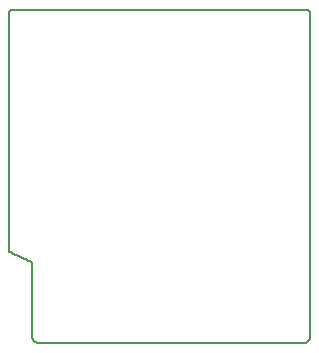
<source format=gm1>
G04 MADE WITH FRITZING*
G04 WWW.FRITZING.ORG*
G04 DOUBLE SIDED*
G04 HOLES PLATED*
G04 CONTOUR ON CENTER OF CONTOUR VECTOR*
%ASAXBY*%
%FSLAX23Y23*%
%MOIN*%
%OFA0B0*%
%SFA1.0B1.0*%
%ADD10C,0.008*%
%LNCONTOUR*%
G90*
G70*
G54D10*
X11Y1114D02*
X12Y1114D01*
X13Y1114D01*
X14Y1114D01*
X15Y1114D01*
X16Y1114D01*
X17Y1114D01*
X18Y1114D01*
X19Y1114D01*
X20Y1114D01*
X21Y1114D01*
X22Y1114D01*
X23Y1114D01*
X24Y1114D01*
X25Y1114D01*
X26Y1114D01*
X27Y1114D01*
X28Y1114D01*
X29Y1114D01*
X30Y1114D01*
X31Y1114D01*
X32Y1114D01*
X33Y1114D01*
X34Y1114D01*
X35Y1114D01*
X36Y1114D01*
X37Y1114D01*
X38Y1114D01*
X39Y1114D01*
X40Y1114D01*
X41Y1114D01*
X42Y1114D01*
X43Y1114D01*
X44Y1114D01*
X45Y1114D01*
X46Y1114D01*
X47Y1114D01*
X48Y1114D01*
X49Y1114D01*
X50Y1114D01*
X51Y1114D01*
X52Y1114D01*
X53Y1114D01*
X54Y1114D01*
X55Y1114D01*
X56Y1114D01*
X57Y1114D01*
X58Y1114D01*
X59Y1114D01*
X60Y1114D01*
X61Y1114D01*
X62Y1114D01*
X63Y1114D01*
X64Y1114D01*
X65Y1114D01*
X66Y1114D01*
X67Y1114D01*
X68Y1114D01*
X69Y1114D01*
X70Y1114D01*
X71Y1114D01*
X72Y1114D01*
X73Y1114D01*
X74Y1114D01*
X75Y1114D01*
X76Y1114D01*
X77Y1114D01*
X78Y1114D01*
X79Y1114D01*
X80Y1114D01*
X81Y1114D01*
X82Y1114D01*
X83Y1114D01*
X84Y1114D01*
X85Y1114D01*
X86Y1114D01*
X87Y1114D01*
X88Y1114D01*
X89Y1114D01*
X90Y1114D01*
X91Y1114D01*
X92Y1114D01*
X93Y1114D01*
X94Y1114D01*
X95Y1114D01*
X96Y1114D01*
X97Y1114D01*
X98Y1114D01*
X99Y1114D01*
X100Y1114D01*
X101Y1114D01*
X102Y1114D01*
X103Y1114D01*
X104Y1114D01*
X105Y1114D01*
X106Y1114D01*
X107Y1114D01*
X108Y1114D01*
X109Y1114D01*
X110Y1114D01*
X111Y1114D01*
X112Y1114D01*
X113Y1114D01*
X114Y1114D01*
X115Y1114D01*
X116Y1114D01*
X117Y1114D01*
X118Y1114D01*
X119Y1114D01*
X120Y1114D01*
X121Y1114D01*
X122Y1114D01*
X123Y1114D01*
X124Y1114D01*
X125Y1114D01*
X126Y1114D01*
X127Y1114D01*
X128Y1114D01*
X129Y1114D01*
X130Y1114D01*
X131Y1114D01*
X132Y1114D01*
X133Y1114D01*
X134Y1114D01*
X135Y1114D01*
X136Y1114D01*
X137Y1114D01*
X138Y1114D01*
X139Y1114D01*
X140Y1114D01*
X141Y1114D01*
X142Y1114D01*
X143Y1114D01*
X144Y1114D01*
X145Y1114D01*
X146Y1114D01*
X147Y1114D01*
X148Y1114D01*
X149Y1114D01*
X150Y1114D01*
X151Y1114D01*
X152Y1114D01*
X153Y1114D01*
X154Y1114D01*
X155Y1114D01*
X156Y1114D01*
X157Y1114D01*
X158Y1114D01*
X159Y1114D01*
X160Y1114D01*
X161Y1114D01*
X162Y1114D01*
X163Y1114D01*
X164Y1114D01*
X165Y1114D01*
X166Y1114D01*
X167Y1114D01*
X168Y1114D01*
X169Y1114D01*
X170Y1114D01*
X171Y1114D01*
X172Y1114D01*
X173Y1114D01*
X174Y1114D01*
X175Y1114D01*
X176Y1114D01*
X177Y1114D01*
X178Y1114D01*
X179Y1114D01*
X180Y1114D01*
X181Y1114D01*
X182Y1114D01*
X183Y1114D01*
X184Y1114D01*
X185Y1114D01*
X186Y1114D01*
X187Y1114D01*
X188Y1114D01*
X189Y1114D01*
X190Y1114D01*
X191Y1114D01*
X192Y1114D01*
X193Y1114D01*
X194Y1114D01*
X195Y1114D01*
X196Y1114D01*
X197Y1114D01*
X198Y1114D01*
X199Y1114D01*
X200Y1114D01*
X201Y1114D01*
X202Y1114D01*
X203Y1114D01*
X204Y1114D01*
X205Y1114D01*
X206Y1114D01*
X207Y1114D01*
X208Y1114D01*
X209Y1114D01*
X210Y1114D01*
X211Y1114D01*
X212Y1114D01*
X213Y1114D01*
X214Y1114D01*
X215Y1114D01*
X216Y1114D01*
X217Y1114D01*
X218Y1114D01*
X219Y1114D01*
X220Y1114D01*
X221Y1114D01*
X222Y1114D01*
X223Y1114D01*
X224Y1114D01*
X225Y1114D01*
X226Y1114D01*
X227Y1114D01*
X228Y1114D01*
X229Y1114D01*
X230Y1114D01*
X231Y1114D01*
X232Y1114D01*
X233Y1114D01*
X234Y1114D01*
X235Y1114D01*
X236Y1114D01*
X237Y1114D01*
X238Y1114D01*
X239Y1114D01*
X240Y1114D01*
X241Y1114D01*
X242Y1114D01*
X243Y1114D01*
X244Y1114D01*
X245Y1114D01*
X246Y1114D01*
X247Y1114D01*
X248Y1114D01*
X249Y1114D01*
X250Y1114D01*
X251Y1114D01*
X252Y1114D01*
X253Y1114D01*
X254Y1114D01*
X255Y1114D01*
X256Y1114D01*
X257Y1114D01*
X258Y1114D01*
X259Y1114D01*
X260Y1114D01*
X261Y1114D01*
X262Y1114D01*
X263Y1114D01*
X264Y1114D01*
X265Y1114D01*
X266Y1114D01*
X267Y1114D01*
X268Y1114D01*
X269Y1114D01*
X270Y1114D01*
X271Y1114D01*
X272Y1114D01*
X273Y1114D01*
X274Y1114D01*
X275Y1114D01*
X276Y1114D01*
X277Y1114D01*
X278Y1114D01*
X279Y1114D01*
X280Y1114D01*
X281Y1114D01*
X282Y1114D01*
X283Y1114D01*
X284Y1114D01*
X285Y1114D01*
X286Y1114D01*
X287Y1114D01*
X288Y1114D01*
X289Y1114D01*
X290Y1114D01*
X291Y1114D01*
X292Y1114D01*
X293Y1114D01*
X294Y1114D01*
X295Y1114D01*
X296Y1114D01*
X297Y1114D01*
X298Y1114D01*
X299Y1114D01*
X300Y1114D01*
X301Y1114D01*
X302Y1114D01*
X303Y1114D01*
X304Y1114D01*
X305Y1114D01*
X306Y1114D01*
X307Y1114D01*
X308Y1114D01*
X309Y1114D01*
X310Y1114D01*
X311Y1114D01*
X312Y1114D01*
X313Y1114D01*
X314Y1114D01*
X315Y1114D01*
X316Y1114D01*
X317Y1114D01*
X318Y1114D01*
X319Y1114D01*
X320Y1114D01*
X321Y1114D01*
X322Y1114D01*
X323Y1114D01*
X324Y1114D01*
X325Y1114D01*
X326Y1114D01*
X327Y1114D01*
X328Y1114D01*
X329Y1114D01*
X330Y1114D01*
X331Y1114D01*
X332Y1114D01*
X333Y1114D01*
X334Y1114D01*
X335Y1114D01*
X336Y1114D01*
X337Y1114D01*
X338Y1114D01*
X339Y1114D01*
X340Y1114D01*
X341Y1114D01*
X342Y1114D01*
X343Y1114D01*
X344Y1114D01*
X345Y1114D01*
X346Y1114D01*
X347Y1114D01*
X348Y1114D01*
X349Y1114D01*
X350Y1114D01*
X351Y1114D01*
X352Y1114D01*
X353Y1114D01*
X354Y1114D01*
X355Y1114D01*
X356Y1114D01*
X357Y1114D01*
X358Y1114D01*
X359Y1114D01*
X360Y1114D01*
X361Y1114D01*
X362Y1114D01*
X363Y1114D01*
X364Y1114D01*
X365Y1114D01*
X366Y1114D01*
X367Y1114D01*
X368Y1114D01*
X369Y1114D01*
X370Y1114D01*
X371Y1114D01*
X372Y1114D01*
X373Y1114D01*
X374Y1114D01*
X375Y1114D01*
X376Y1114D01*
X377Y1114D01*
X378Y1114D01*
X379Y1114D01*
X380Y1114D01*
X381Y1114D01*
X382Y1114D01*
X383Y1114D01*
X384Y1114D01*
X385Y1114D01*
X386Y1114D01*
X387Y1114D01*
X388Y1114D01*
X389Y1114D01*
X390Y1114D01*
X391Y1114D01*
X392Y1114D01*
X393Y1114D01*
X394Y1114D01*
X395Y1114D01*
X396Y1114D01*
X397Y1114D01*
X398Y1114D01*
X399Y1114D01*
X400Y1114D01*
X401Y1114D01*
X402Y1114D01*
X403Y1114D01*
X404Y1114D01*
X405Y1114D01*
X406Y1114D01*
X407Y1114D01*
X408Y1114D01*
X409Y1114D01*
X410Y1114D01*
X411Y1114D01*
X412Y1114D01*
X413Y1114D01*
X414Y1114D01*
X415Y1114D01*
X416Y1114D01*
X417Y1114D01*
X418Y1114D01*
X419Y1114D01*
X420Y1114D01*
X421Y1114D01*
X422Y1114D01*
X423Y1114D01*
X424Y1114D01*
X425Y1114D01*
X426Y1114D01*
X427Y1114D01*
X428Y1114D01*
X429Y1114D01*
X430Y1114D01*
X431Y1114D01*
X432Y1114D01*
X433Y1114D01*
X434Y1114D01*
X435Y1114D01*
X436Y1114D01*
X437Y1114D01*
X438Y1114D01*
X439Y1114D01*
X440Y1114D01*
X441Y1114D01*
X442Y1114D01*
X443Y1114D01*
X444Y1114D01*
X445Y1114D01*
X446Y1114D01*
X447Y1114D01*
X448Y1114D01*
X449Y1114D01*
X450Y1114D01*
X451Y1114D01*
X452Y1114D01*
X453Y1114D01*
X454Y1114D01*
X455Y1114D01*
X456Y1114D01*
X457Y1114D01*
X458Y1114D01*
X459Y1114D01*
X460Y1114D01*
X461Y1114D01*
X462Y1114D01*
X463Y1114D01*
X464Y1114D01*
X465Y1114D01*
X466Y1114D01*
X467Y1114D01*
X468Y1114D01*
X469Y1114D01*
X470Y1114D01*
X471Y1114D01*
X472Y1114D01*
X473Y1114D01*
X474Y1114D01*
X475Y1114D01*
X476Y1114D01*
X477Y1114D01*
X478Y1114D01*
X479Y1114D01*
X480Y1114D01*
X481Y1114D01*
X482Y1114D01*
X483Y1114D01*
X484Y1114D01*
X485Y1114D01*
X486Y1114D01*
X487Y1114D01*
X488Y1114D01*
X489Y1114D01*
X490Y1114D01*
X491Y1114D01*
X492Y1114D01*
X493Y1114D01*
X494Y1114D01*
X495Y1114D01*
X496Y1114D01*
X497Y1114D01*
X498Y1114D01*
X499Y1114D01*
X500Y1114D01*
X501Y1114D01*
X502Y1114D01*
X503Y1114D01*
X504Y1114D01*
X505Y1114D01*
X506Y1114D01*
X507Y1114D01*
X508Y1114D01*
X509Y1114D01*
X510Y1114D01*
X511Y1114D01*
X512Y1114D01*
X513Y1114D01*
X514Y1114D01*
X515Y1114D01*
X516Y1114D01*
X517Y1114D01*
X518Y1114D01*
X519Y1114D01*
X520Y1114D01*
X521Y1114D01*
X522Y1114D01*
X523Y1114D01*
X524Y1114D01*
X525Y1114D01*
X526Y1114D01*
X527Y1114D01*
X528Y1114D01*
X529Y1114D01*
X530Y1114D01*
X531Y1114D01*
X532Y1114D01*
X533Y1114D01*
X534Y1114D01*
X535Y1114D01*
X536Y1114D01*
X537Y1114D01*
X538Y1114D01*
X539Y1114D01*
X540Y1114D01*
X541Y1114D01*
X542Y1114D01*
X543Y1114D01*
X544Y1114D01*
X545Y1114D01*
X546Y1114D01*
X547Y1114D01*
X548Y1114D01*
X549Y1114D01*
X550Y1114D01*
X551Y1114D01*
X552Y1114D01*
X553Y1114D01*
X554Y1114D01*
X555Y1114D01*
X556Y1114D01*
X557Y1114D01*
X558Y1114D01*
X559Y1114D01*
X560Y1114D01*
X561Y1114D01*
X562Y1114D01*
X563Y1114D01*
X564Y1114D01*
X565Y1114D01*
X566Y1114D01*
X567Y1114D01*
X568Y1114D01*
X569Y1114D01*
X570Y1114D01*
X571Y1114D01*
X572Y1114D01*
X573Y1114D01*
X574Y1114D01*
X575Y1114D01*
X576Y1114D01*
X577Y1114D01*
X578Y1114D01*
X579Y1114D01*
X580Y1114D01*
X581Y1114D01*
X582Y1114D01*
X583Y1114D01*
X584Y1114D01*
X585Y1114D01*
X586Y1114D01*
X587Y1114D01*
X588Y1114D01*
X589Y1114D01*
X590Y1114D01*
X591Y1114D01*
X592Y1114D01*
X593Y1114D01*
X594Y1114D01*
X595Y1114D01*
X596Y1114D01*
X597Y1114D01*
X598Y1114D01*
X599Y1114D01*
X600Y1114D01*
X601Y1114D01*
X602Y1114D01*
X603Y1114D01*
X604Y1114D01*
X605Y1114D01*
X606Y1114D01*
X607Y1114D01*
X608Y1114D01*
X609Y1114D01*
X610Y1114D01*
X611Y1114D01*
X612Y1114D01*
X613Y1114D01*
X614Y1114D01*
X615Y1114D01*
X616Y1114D01*
X617Y1114D01*
X618Y1114D01*
X619Y1114D01*
X620Y1114D01*
X621Y1114D01*
X622Y1114D01*
X623Y1114D01*
X624Y1114D01*
X625Y1114D01*
X626Y1114D01*
X627Y1114D01*
X628Y1114D01*
X629Y1114D01*
X630Y1114D01*
X631Y1114D01*
X632Y1114D01*
X633Y1114D01*
X634Y1114D01*
X635Y1114D01*
X636Y1114D01*
X637Y1114D01*
X638Y1114D01*
X639Y1114D01*
X640Y1114D01*
X641Y1114D01*
X642Y1114D01*
X643Y1114D01*
X644Y1114D01*
X645Y1114D01*
X646Y1114D01*
X647Y1114D01*
X648Y1114D01*
X649Y1114D01*
X650Y1114D01*
X651Y1114D01*
X652Y1114D01*
X653Y1114D01*
X654Y1114D01*
X655Y1114D01*
X656Y1114D01*
X657Y1114D01*
X658Y1114D01*
X659Y1114D01*
X660Y1114D01*
X661Y1114D01*
X662Y1114D01*
X663Y1114D01*
X664Y1114D01*
X665Y1114D01*
X666Y1114D01*
X667Y1114D01*
X668Y1114D01*
X669Y1114D01*
X670Y1114D01*
X671Y1114D01*
X672Y1114D01*
X673Y1114D01*
X674Y1114D01*
X675Y1114D01*
X676Y1114D01*
X677Y1114D01*
X678Y1114D01*
X679Y1114D01*
X680Y1114D01*
X681Y1114D01*
X682Y1114D01*
X683Y1114D01*
X684Y1114D01*
X685Y1114D01*
X686Y1114D01*
X687Y1114D01*
X688Y1114D01*
X689Y1114D01*
X690Y1114D01*
X691Y1114D01*
X692Y1114D01*
X693Y1114D01*
X694Y1114D01*
X695Y1114D01*
X696Y1114D01*
X697Y1114D01*
X698Y1114D01*
X699Y1114D01*
X700Y1114D01*
X701Y1114D01*
X702Y1114D01*
X703Y1114D01*
X704Y1114D01*
X705Y1114D01*
X706Y1114D01*
X707Y1114D01*
X708Y1114D01*
X709Y1114D01*
X710Y1114D01*
X711Y1114D01*
X712Y1114D01*
X713Y1114D01*
X714Y1114D01*
X715Y1114D01*
X716Y1114D01*
X717Y1114D01*
X718Y1114D01*
X719Y1114D01*
X720Y1114D01*
X721Y1114D01*
X722Y1114D01*
X723Y1114D01*
X724Y1114D01*
X725Y1114D01*
X726Y1114D01*
X727Y1114D01*
X728Y1114D01*
X729Y1114D01*
X730Y1114D01*
X731Y1114D01*
X732Y1114D01*
X733Y1114D01*
X734Y1114D01*
X735Y1114D01*
X736Y1114D01*
X737Y1114D01*
X738Y1114D01*
X739Y1114D01*
X740Y1114D01*
X741Y1114D01*
X742Y1114D01*
X743Y1114D01*
X744Y1114D01*
X745Y1114D01*
X746Y1114D01*
X747Y1114D01*
X748Y1114D01*
X749Y1114D01*
X750Y1114D01*
X751Y1114D01*
X752Y1114D01*
X753Y1114D01*
X754Y1114D01*
X755Y1114D01*
X756Y1114D01*
X757Y1114D01*
X758Y1114D01*
X759Y1114D01*
X760Y1114D01*
X761Y1114D01*
X762Y1114D01*
X763Y1114D01*
X764Y1114D01*
X765Y1114D01*
X766Y1114D01*
X767Y1114D01*
X768Y1114D01*
X769Y1114D01*
X770Y1114D01*
X771Y1114D01*
X772Y1114D01*
X773Y1114D01*
X774Y1114D01*
X775Y1114D01*
X776Y1114D01*
X777Y1114D01*
X778Y1114D01*
X779Y1114D01*
X780Y1114D01*
X781Y1114D01*
X782Y1114D01*
X783Y1114D01*
X784Y1114D01*
X785Y1114D01*
X786Y1114D01*
X787Y1114D01*
X788Y1114D01*
X789Y1114D01*
X790Y1114D01*
X791Y1114D01*
X792Y1114D01*
X793Y1114D01*
X794Y1114D01*
X795Y1114D01*
X796Y1114D01*
X797Y1114D01*
X798Y1114D01*
X799Y1114D01*
X800Y1114D01*
X801Y1114D01*
X802Y1114D01*
X803Y1114D01*
X804Y1114D01*
X805Y1114D01*
X806Y1114D01*
X807Y1114D01*
X808Y1114D01*
X809Y1114D01*
X810Y1114D01*
X811Y1114D01*
X812Y1114D01*
X813Y1114D01*
X814Y1114D01*
X815Y1114D01*
X816Y1114D01*
X817Y1114D01*
X818Y1114D01*
X819Y1114D01*
X820Y1114D01*
X821Y1114D01*
X822Y1114D01*
X823Y1114D01*
X824Y1114D01*
X825Y1114D01*
X826Y1114D01*
X827Y1114D01*
X828Y1114D01*
X829Y1114D01*
X830Y1114D01*
X831Y1114D01*
X832Y1114D01*
X833Y1114D01*
X834Y1114D01*
X835Y1114D01*
X836Y1114D01*
X837Y1114D01*
X838Y1114D01*
X839Y1114D01*
X840Y1114D01*
X841Y1114D01*
X842Y1114D01*
X843Y1114D01*
X844Y1114D01*
X845Y1114D01*
X846Y1114D01*
X847Y1114D01*
X848Y1114D01*
X849Y1114D01*
X850Y1114D01*
X851Y1114D01*
X852Y1114D01*
X853Y1114D01*
X854Y1114D01*
X855Y1114D01*
X856Y1114D01*
X857Y1114D01*
X858Y1114D01*
X859Y1114D01*
X860Y1114D01*
X861Y1114D01*
X862Y1114D01*
X863Y1114D01*
X864Y1114D01*
X865Y1114D01*
X866Y1114D01*
X867Y1114D01*
X868Y1114D01*
X869Y1114D01*
X870Y1114D01*
X871Y1114D01*
X872Y1114D01*
X873Y1114D01*
X874Y1114D01*
X875Y1114D01*
X876Y1114D01*
X877Y1114D01*
X878Y1114D01*
X879Y1114D01*
X880Y1114D01*
X881Y1114D01*
X882Y1114D01*
X883Y1114D01*
X884Y1114D01*
X885Y1114D01*
X886Y1114D01*
X887Y1114D01*
X888Y1114D01*
X889Y1114D01*
X890Y1114D01*
X891Y1114D01*
X892Y1114D01*
X893Y1114D01*
X894Y1114D01*
X895Y1114D01*
X896Y1114D01*
X897Y1114D01*
X898Y1114D01*
X899Y1114D01*
X900Y1114D01*
X901Y1114D01*
X902Y1114D01*
X903Y1114D01*
X904Y1114D01*
X905Y1114D01*
X906Y1114D01*
X907Y1114D01*
X908Y1114D01*
X909Y1114D01*
X910Y1114D01*
X911Y1114D01*
X912Y1114D01*
X913Y1114D01*
X914Y1114D01*
X915Y1114D01*
X916Y1114D01*
X917Y1114D01*
X918Y1114D01*
X919Y1114D01*
X920Y1114D01*
X921Y1114D01*
X922Y1114D01*
X923Y1114D01*
X924Y1114D01*
X925Y1114D01*
X926Y1114D01*
X927Y1114D01*
X928Y1114D01*
X929Y1114D01*
X930Y1114D01*
X931Y1114D01*
X932Y1114D01*
X933Y1114D01*
X934Y1114D01*
X935Y1114D01*
X936Y1114D01*
X937Y1114D01*
X938Y1114D01*
X939Y1114D01*
X940Y1114D01*
X941Y1114D01*
X942Y1114D01*
X943Y1114D01*
X944Y1114D01*
X945Y1114D01*
X946Y1114D01*
X947Y1114D01*
X948Y1114D01*
X949Y1114D01*
X950Y1114D01*
X951Y1114D01*
X952Y1114D01*
X953Y1114D01*
X954Y1114D01*
X955Y1114D01*
X956Y1114D01*
X957Y1114D01*
X958Y1114D01*
X959Y1114D01*
X960Y1114D01*
X961Y1114D01*
X962Y1114D01*
X963Y1114D01*
X964Y1114D01*
X965Y1114D01*
X966Y1114D01*
X967Y1114D01*
X968Y1114D01*
X969Y1114D01*
X970Y1114D01*
X971Y1114D01*
X972Y1114D01*
X973Y1114D01*
X974Y1114D01*
X975Y1114D01*
X976Y1114D01*
X977Y1114D01*
X978Y1114D01*
X979Y1114D01*
X980Y1114D01*
X981Y1114D01*
X982Y1114D01*
X983Y1114D01*
X984Y1114D01*
X985Y1114D01*
X986Y1114D01*
X987Y1114D01*
X988Y1114D01*
X989Y1114D01*
X990Y1114D01*
X991Y1114D01*
X992Y1114D01*
X993Y1114D01*
X994Y1114D01*
X995Y1114D01*
X996Y1114D01*
X997Y1113D01*
X998Y1113D01*
X999Y1113D01*
X1000Y1112D01*
X1001Y1111D01*
X1002Y1111D01*
X1003Y1110D01*
X1003Y1109D01*
X1004Y1108D01*
X1005Y1107D01*
X1005Y1105D01*
X1006Y1104D01*
X1006Y25D01*
X1005Y24D01*
X1005Y21D01*
X1004Y20D01*
X1004Y18D01*
X1003Y17D01*
X1003Y16D01*
X1002Y15D01*
X1001Y14D01*
X1001Y13D01*
X1000Y12D01*
X999Y11D01*
X998Y10D01*
X997Y9D01*
X996Y8D01*
X995Y7D01*
X994Y7D01*
X993Y6D01*
X992Y5D01*
X991Y5D01*
X990Y4D01*
X989Y4D01*
X988Y3D01*
X987Y3D01*
X986Y3D01*
X985Y3D01*
X984Y2D01*
X983Y2D01*
X982Y2D01*
X981Y2D01*
X980Y2D01*
X979Y2D01*
X978Y2D01*
X977Y2D01*
X976Y2D01*
X975Y2D01*
X974Y2D01*
X973Y2D01*
X972Y2D01*
X971Y2D01*
X970Y2D01*
X969Y2D01*
X968Y2D01*
X967Y2D01*
X966Y2D01*
X965Y2D01*
X964Y2D01*
X963Y2D01*
X962Y2D01*
X961Y2D01*
X960Y2D01*
X959Y2D01*
X958Y2D01*
X957Y2D01*
X956Y2D01*
X955Y2D01*
X954Y2D01*
X953Y2D01*
X952Y2D01*
X951Y2D01*
X950Y2D01*
X949Y2D01*
X948Y2D01*
X947Y2D01*
X946Y2D01*
X945Y2D01*
X944Y2D01*
X943Y2D01*
X942Y2D01*
X941Y2D01*
X940Y2D01*
X939Y2D01*
X938Y2D01*
X937Y2D01*
X936Y2D01*
X935Y2D01*
X934Y2D01*
X933Y2D01*
X932Y2D01*
X931Y2D01*
X930Y2D01*
X929Y2D01*
X928Y2D01*
X927Y2D01*
X926Y2D01*
X925Y2D01*
X924Y2D01*
X923Y2D01*
X922Y2D01*
X921Y2D01*
X920Y2D01*
X919Y2D01*
X918Y2D01*
X917Y2D01*
X916Y2D01*
X915Y2D01*
X914Y2D01*
X913Y2D01*
X912Y2D01*
X911Y2D01*
X910Y2D01*
X909Y2D01*
X908Y2D01*
X907Y2D01*
X906Y2D01*
X905Y2D01*
X904Y2D01*
X903Y2D01*
X902Y2D01*
X901Y2D01*
X900Y2D01*
X899Y2D01*
X898Y2D01*
X897Y2D01*
X896Y2D01*
X895Y2D01*
X894Y2D01*
X893Y2D01*
X892Y2D01*
X891Y2D01*
X890Y2D01*
X889Y2D01*
X888Y2D01*
X887Y2D01*
X886Y2D01*
X885Y2D01*
X884Y2D01*
X883Y2D01*
X882Y2D01*
X881Y2D01*
X880Y2D01*
X879Y2D01*
X878Y2D01*
X877Y2D01*
X876Y2D01*
X875Y2D01*
X874Y2D01*
X873Y2D01*
X872Y2D01*
X871Y2D01*
X870Y2D01*
X869Y2D01*
X868Y2D01*
X867Y2D01*
X866Y2D01*
X865Y2D01*
X864Y2D01*
X863Y2D01*
X862Y2D01*
X861Y2D01*
X860Y2D01*
X859Y2D01*
X858Y2D01*
X857Y2D01*
X856Y2D01*
X855Y2D01*
X854Y2D01*
X853Y2D01*
X852Y2D01*
X851Y2D01*
X850Y2D01*
X849Y2D01*
X848Y2D01*
X847Y2D01*
X846Y2D01*
X845Y2D01*
X844Y2D01*
X843Y2D01*
X842Y2D01*
X841Y2D01*
X840Y2D01*
X839Y2D01*
X838Y2D01*
X837Y2D01*
X836Y2D01*
X835Y2D01*
X834Y2D01*
X833Y2D01*
X832Y2D01*
X831Y2D01*
X830Y2D01*
X829Y2D01*
X828Y2D01*
X827Y2D01*
X826Y2D01*
X825Y2D01*
X824Y2D01*
X823Y2D01*
X822Y2D01*
X821Y2D01*
X820Y2D01*
X819Y2D01*
X818Y2D01*
X817Y2D01*
X816Y2D01*
X815Y2D01*
X814Y2D01*
X813Y2D01*
X812Y2D01*
X811Y2D01*
X810Y2D01*
X809Y2D01*
X808Y2D01*
X807Y2D01*
X806Y2D01*
X805Y2D01*
X804Y2D01*
X803Y2D01*
X802Y2D01*
X801Y2D01*
X800Y2D01*
X799Y2D01*
X798Y2D01*
X797Y2D01*
X796Y2D01*
X795Y2D01*
X794Y2D01*
X793Y2D01*
X792Y2D01*
X791Y2D01*
X790Y2D01*
X789Y2D01*
X788Y2D01*
X787Y2D01*
X786Y2D01*
X785Y2D01*
X784Y2D01*
X783Y2D01*
X782Y2D01*
X781Y2D01*
X780Y2D01*
X779Y2D01*
X778Y2D01*
X777Y2D01*
X776Y2D01*
X775Y2D01*
X774Y2D01*
X773Y2D01*
X772Y2D01*
X771Y2D01*
X770Y2D01*
X769Y2D01*
X768Y2D01*
X767Y2D01*
X766Y2D01*
X765Y2D01*
X764Y2D01*
X763Y2D01*
X762Y2D01*
X761Y2D01*
X760Y2D01*
X759Y2D01*
X758Y2D01*
X757Y2D01*
X756Y2D01*
X755Y2D01*
X754Y2D01*
X753Y2D01*
X752Y2D01*
X751Y2D01*
X750Y2D01*
X749Y2D01*
X748Y2D01*
X747Y2D01*
X746Y2D01*
X745Y2D01*
X744Y2D01*
X743Y2D01*
X742Y2D01*
X741Y2D01*
X740Y2D01*
X739Y2D01*
X738Y2D01*
X737Y2D01*
X736Y2D01*
X735Y2D01*
X734Y2D01*
X733Y2D01*
X732Y2D01*
X731Y2D01*
X730Y2D01*
X729Y2D01*
X728Y2D01*
X727Y2D01*
X726Y2D01*
X725Y2D01*
X724Y2D01*
X723Y2D01*
X722Y2D01*
X721Y2D01*
X720Y2D01*
X719Y2D01*
X718Y2D01*
X717Y2D01*
X716Y2D01*
X715Y2D01*
X714Y2D01*
X713Y2D01*
X712Y2D01*
X711Y2D01*
X710Y2D01*
X709Y2D01*
X708Y2D01*
X707Y2D01*
X706Y2D01*
X705Y2D01*
X704Y2D01*
X703Y2D01*
X702Y2D01*
X701Y2D01*
X700Y2D01*
X699Y2D01*
X698Y2D01*
X697Y2D01*
X696Y2D01*
X695Y2D01*
X694Y2D01*
X693Y2D01*
X692Y2D01*
X691Y2D01*
X690Y2D01*
X689Y2D01*
X688Y2D01*
X687Y2D01*
X686Y2D01*
X685Y2D01*
X684Y2D01*
X683Y2D01*
X682Y2D01*
X681Y2D01*
X680Y2D01*
X679Y2D01*
X678Y2D01*
X677Y2D01*
X676Y2D01*
X675Y2D01*
X674Y2D01*
X673Y2D01*
X672Y2D01*
X671Y2D01*
X670Y2D01*
X669Y2D01*
X668Y2D01*
X667Y2D01*
X666Y2D01*
X665Y2D01*
X664Y2D01*
X663Y2D01*
X662Y2D01*
X661Y2D01*
X660Y2D01*
X659Y2D01*
X658Y2D01*
X657Y2D01*
X656Y2D01*
X655Y2D01*
X654Y2D01*
X653Y2D01*
X652Y2D01*
X651Y2D01*
X650Y2D01*
X649Y2D01*
X648Y2D01*
X647Y2D01*
X646Y2D01*
X645Y2D01*
X644Y2D01*
X643Y2D01*
X642Y2D01*
X641Y2D01*
X640Y2D01*
X639Y2D01*
X638Y2D01*
X637Y2D01*
X636Y2D01*
X635Y2D01*
X634Y2D01*
X633Y2D01*
X632Y2D01*
X631Y2D01*
X630Y2D01*
X629Y2D01*
X628Y2D01*
X627Y2D01*
X626Y2D01*
X625Y2D01*
X624Y2D01*
X623Y2D01*
X622Y2D01*
X621Y2D01*
X620Y2D01*
X619Y2D01*
X618Y2D01*
X617Y2D01*
X616Y2D01*
X615Y2D01*
X614Y2D01*
X613Y2D01*
X612Y2D01*
X611Y2D01*
X610Y2D01*
X609Y2D01*
X608Y2D01*
X607Y2D01*
X606Y2D01*
X605Y2D01*
X604Y2D01*
X603Y2D01*
X602Y2D01*
X601Y2D01*
X600Y2D01*
X599Y2D01*
X598Y2D01*
X597Y2D01*
X596Y2D01*
X595Y2D01*
X594Y2D01*
X593Y2D01*
X592Y2D01*
X591Y2D01*
X590Y2D01*
X589Y2D01*
X588Y2D01*
X587Y2D01*
X586Y2D01*
X585Y2D01*
X584Y2D01*
X583Y2D01*
X582Y2D01*
X581Y2D01*
X580Y2D01*
X579Y2D01*
X578Y2D01*
X577Y2D01*
X576Y2D01*
X575Y2D01*
X574Y2D01*
X573Y2D01*
X572Y2D01*
X571Y2D01*
X570Y2D01*
X569Y2D01*
X568Y2D01*
X567Y2D01*
X566Y2D01*
X565Y2D01*
X564Y2D01*
X563Y2D01*
X562Y2D01*
X561Y2D01*
X560Y2D01*
X559Y2D01*
X558Y2D01*
X557Y2D01*
X556Y2D01*
X555Y2D01*
X554Y2D01*
X553Y2D01*
X552Y2D01*
X551Y2D01*
X550Y2D01*
X549Y2D01*
X548Y2D01*
X547Y2D01*
X546Y2D01*
X545Y2D01*
X544Y2D01*
X543Y2D01*
X542Y2D01*
X541Y2D01*
X540Y2D01*
X539Y2D01*
X538Y2D01*
X537Y2D01*
X536Y2D01*
X535Y2D01*
X534Y2D01*
X533Y2D01*
X532Y2D01*
X531Y2D01*
X530Y2D01*
X529Y2D01*
X528Y2D01*
X527Y2D01*
X526Y2D01*
X525Y2D01*
X524Y2D01*
X523Y2D01*
X522Y2D01*
X521Y2D01*
X520Y2D01*
X519Y2D01*
X518Y2D01*
X517Y2D01*
X516Y2D01*
X515Y2D01*
X514Y2D01*
X513Y2D01*
X512Y2D01*
X511Y2D01*
X510Y2D01*
X509Y2D01*
X508Y2D01*
X507Y2D01*
X506Y2D01*
X505Y2D01*
X504Y2D01*
X503Y2D01*
X502Y2D01*
X501Y2D01*
X500Y2D01*
X499Y2D01*
X498Y2D01*
X497Y2D01*
X496Y2D01*
X495Y2D01*
X494Y2D01*
X493Y2D01*
X492Y2D01*
X491Y2D01*
X490Y2D01*
X489Y2D01*
X488Y2D01*
X487Y2D01*
X486Y2D01*
X485Y2D01*
X484Y2D01*
X483Y2D01*
X482Y2D01*
X481Y2D01*
X480Y2D01*
X479Y2D01*
X478Y2D01*
X477Y2D01*
X476Y2D01*
X475Y2D01*
X474Y2D01*
X473Y2D01*
X472Y2D01*
X471Y2D01*
X470Y2D01*
X469Y2D01*
X468Y2D01*
X467Y2D01*
X466Y2D01*
X465Y2D01*
X464Y2D01*
X463Y2D01*
X462Y2D01*
X461Y2D01*
X460Y2D01*
X459Y2D01*
X458Y2D01*
X457Y2D01*
X456Y2D01*
X455Y2D01*
X454Y2D01*
X453Y2D01*
X452Y2D01*
X451Y2D01*
X450Y2D01*
X449Y2D01*
X448Y2D01*
X447Y2D01*
X446Y2D01*
X445Y2D01*
X444Y2D01*
X443Y2D01*
X442Y2D01*
X441Y2D01*
X440Y2D01*
X439Y2D01*
X438Y2D01*
X437Y2D01*
X436Y2D01*
X435Y2D01*
X434Y2D01*
X433Y2D01*
X432Y2D01*
X431Y2D01*
X430Y2D01*
X429Y2D01*
X428Y2D01*
X427Y2D01*
X426Y2D01*
X425Y2D01*
X424Y2D01*
X423Y2D01*
X422Y2D01*
X421Y2D01*
X420Y2D01*
X419Y2D01*
X418Y2D01*
X417Y2D01*
X416Y2D01*
X415Y2D01*
X414Y2D01*
X413Y2D01*
X412Y2D01*
X411Y2D01*
X410Y2D01*
X409Y2D01*
X408Y2D01*
X407Y2D01*
X406Y2D01*
X405Y2D01*
X404Y2D01*
X403Y2D01*
X402Y2D01*
X401Y2D01*
X400Y2D01*
X399Y2D01*
X398Y2D01*
X397Y2D01*
X396Y2D01*
X395Y2D01*
X394Y2D01*
X393Y2D01*
X392Y2D01*
X391Y2D01*
X390Y2D01*
X389Y2D01*
X388Y2D01*
X387Y2D01*
X386Y2D01*
X385Y2D01*
X384Y2D01*
X383Y2D01*
X382Y2D01*
X381Y2D01*
X380Y2D01*
X379Y2D01*
X378Y2D01*
X377Y2D01*
X376Y2D01*
X375Y2D01*
X374Y2D01*
X373Y2D01*
X372Y2D01*
X371Y2D01*
X370Y2D01*
X369Y2D01*
X368Y2D01*
X367Y2D01*
X366Y2D01*
X365Y2D01*
X364Y2D01*
X363Y2D01*
X362Y2D01*
X361Y2D01*
X360Y2D01*
X359Y2D01*
X358Y2D01*
X357Y2D01*
X356Y2D01*
X355Y2D01*
X354Y2D01*
X353Y2D01*
X352Y2D01*
X351Y2D01*
X350Y2D01*
X349Y2D01*
X348Y2D01*
X347Y2D01*
X346Y2D01*
X345Y2D01*
X344Y2D01*
X343Y2D01*
X342Y2D01*
X341Y2D01*
X340Y2D01*
X339Y2D01*
X338Y2D01*
X337Y2D01*
X336Y2D01*
X335Y2D01*
X334Y2D01*
X333Y2D01*
X332Y2D01*
X331Y2D01*
X330Y2D01*
X329Y2D01*
X328Y2D01*
X327Y2D01*
X326Y2D01*
X325Y2D01*
X324Y2D01*
X323Y2D01*
X322Y2D01*
X321Y2D01*
X320Y2D01*
X319Y2D01*
X318Y2D01*
X317Y2D01*
X316Y2D01*
X315Y2D01*
X314Y2D01*
X313Y2D01*
X312Y2D01*
X311Y2D01*
X310Y2D01*
X309Y2D01*
X308Y2D01*
X307Y2D01*
X306Y2D01*
X305Y2D01*
X304Y2D01*
X303Y2D01*
X302Y2D01*
X301Y2D01*
X300Y2D01*
X299Y2D01*
X298Y2D01*
X297Y2D01*
X296Y2D01*
X295Y2D01*
X294Y2D01*
X293Y2D01*
X292Y2D01*
X291Y2D01*
X290Y2D01*
X289Y2D01*
X288Y2D01*
X287Y2D01*
X286Y2D01*
X285Y2D01*
X284Y2D01*
X283Y2D01*
X282Y2D01*
X281Y2D01*
X280Y2D01*
X279Y2D01*
X278Y2D01*
X277Y2D01*
X276Y2D01*
X275Y2D01*
X274Y2D01*
X273Y2D01*
X272Y2D01*
X271Y2D01*
X270Y2D01*
X269Y2D01*
X268Y2D01*
X267Y2D01*
X266Y2D01*
X265Y2D01*
X264Y2D01*
X263Y2D01*
X262Y2D01*
X261Y2D01*
X260Y2D01*
X259Y2D01*
X258Y2D01*
X257Y2D01*
X256Y2D01*
X255Y2D01*
X254Y2D01*
X253Y2D01*
X252Y2D01*
X251Y2D01*
X250Y2D01*
X249Y2D01*
X248Y2D01*
X247Y2D01*
X246Y2D01*
X245Y2D01*
X244Y2D01*
X243Y2D01*
X242Y2D01*
X241Y2D01*
X240Y2D01*
X239Y2D01*
X238Y2D01*
X237Y2D01*
X236Y2D01*
X235Y2D01*
X234Y2D01*
X233Y2D01*
X232Y2D01*
X231Y2D01*
X230Y2D01*
X229Y2D01*
X228Y2D01*
X227Y2D01*
X226Y2D01*
X225Y2D01*
X224Y2D01*
X223Y2D01*
X222Y2D01*
X221Y2D01*
X220Y2D01*
X219Y2D01*
X218Y2D01*
X217Y2D01*
X216Y2D01*
X215Y2D01*
X214Y2D01*
X213Y2D01*
X212Y2D01*
X211Y2D01*
X210Y2D01*
X209Y2D01*
X208Y2D01*
X207Y2D01*
X206Y2D01*
X205Y2D01*
X204Y2D01*
X203Y2D01*
X202Y2D01*
X201Y2D01*
X200Y2D01*
X199Y2D01*
X198Y2D01*
X197Y2D01*
X196Y2D01*
X195Y2D01*
X194Y2D01*
X193Y2D01*
X192Y2D01*
X191Y2D01*
X190Y2D01*
X189Y2D01*
X188Y2D01*
X187Y2D01*
X186Y2D01*
X185Y2D01*
X184Y2D01*
X183Y2D01*
X182Y2D01*
X181Y2D01*
X180Y2D01*
X179Y2D01*
X178Y2D01*
X177Y2D01*
X176Y2D01*
X175Y2D01*
X174Y2D01*
X173Y2D01*
X172Y2D01*
X171Y2D01*
X170Y2D01*
X169Y2D01*
X168Y2D01*
X167Y2D01*
X166Y2D01*
X165Y2D01*
X164Y2D01*
X163Y2D01*
X162Y2D01*
X161Y2D01*
X160Y2D01*
X159Y2D01*
X158Y2D01*
X157Y2D01*
X156Y2D01*
X155Y2D01*
X154Y2D01*
X153Y2D01*
X152Y2D01*
X151Y2D01*
X150Y2D01*
X149Y2D01*
X148Y2D01*
X147Y2D01*
X146Y2D01*
X145Y2D01*
X144Y2D01*
X143Y2D01*
X142Y2D01*
X141Y2D01*
X140Y2D01*
X139Y2D01*
X138Y2D01*
X137Y2D01*
X136Y2D01*
X135Y2D01*
X134Y2D01*
X133Y2D01*
X132Y2D01*
X131Y2D01*
X130Y2D01*
X129Y2D01*
X128Y2D01*
X127Y2D01*
X126Y2D01*
X125Y2D01*
X124Y2D01*
X123Y2D01*
X122Y2D01*
X121Y2D01*
X120Y2D01*
X119Y2D01*
X118Y2D01*
X117Y2D01*
X116Y2D01*
X115Y2D01*
X114Y2D01*
X113Y2D01*
X112Y2D01*
X111Y2D01*
X110Y2D01*
X109Y2D01*
X108Y2D01*
X107Y2D01*
X106Y2D01*
X105Y2D01*
X104Y2D01*
X103Y2D01*
X102Y2D01*
X101Y2D01*
X100Y2D01*
X99Y3D01*
X98Y3D01*
X97Y3D01*
X96Y4D01*
X95Y4D01*
X94Y4D01*
X93Y5D01*
X92Y5D01*
X91Y6D01*
X90Y7D01*
X89Y7D01*
X88Y8D01*
X87Y9D01*
X86Y10D01*
X85Y11D01*
X84Y12D01*
X83Y13D01*
X83Y14D01*
X82Y15D01*
X82Y16D01*
X81Y17D01*
X81Y18D01*
X80Y19D01*
X80Y20D01*
X79Y21D01*
X79Y25D01*
X78Y26D01*
X78Y270D01*
X77Y271D01*
X77Y272D01*
X76Y273D01*
X75Y274D01*
X74Y275D01*
X73Y275D01*
X72Y276D01*
X71Y276D01*
X70Y277D01*
X69Y277D01*
X68Y277D01*
X67Y278D01*
X66Y278D01*
X65Y279D01*
X64Y279D01*
X63Y280D01*
X62Y280D01*
X61Y281D01*
X60Y281D01*
X59Y282D01*
X58Y282D01*
X57Y283D01*
X56Y283D01*
X55Y283D01*
X54Y284D01*
X53Y284D01*
X52Y285D01*
X51Y285D01*
X50Y286D01*
X49Y286D01*
X48Y287D01*
X47Y287D01*
X46Y288D01*
X45Y288D01*
X44Y289D01*
X43Y289D01*
X42Y289D01*
X41Y290D01*
X40Y290D01*
X39Y291D01*
X38Y291D01*
X37Y292D01*
X36Y292D01*
X35Y293D01*
X34Y293D01*
X33Y294D01*
X32Y294D01*
X31Y295D01*
X30Y295D01*
X29Y295D01*
X28Y296D01*
X27Y296D01*
X26Y297D01*
X25Y297D01*
X24Y298D01*
X23Y298D01*
X22Y299D01*
X21Y299D01*
X20Y300D01*
X19Y300D01*
X18Y300D01*
X17Y301D01*
X16Y301D01*
X15Y302D01*
X14Y302D01*
X13Y303D01*
X12Y303D01*
X11Y304D01*
X10Y304D01*
X9Y305D01*
X8Y305D01*
X7Y306D01*
X6Y306D01*
X5Y306D01*
X4Y307D01*
X3Y308D01*
X2Y309D01*
X1Y310D01*
X1Y1106D01*
X2Y1107D01*
X2Y1108D01*
X3Y1109D01*
X4Y1110D01*
X5Y1111D01*
X6Y1112D01*
X7Y1112D01*
X8Y1113D01*
X9Y1113D01*
X10Y1113D01*
X11Y1114D01*
D02*
G04 End of contour*
M02*
</source>
